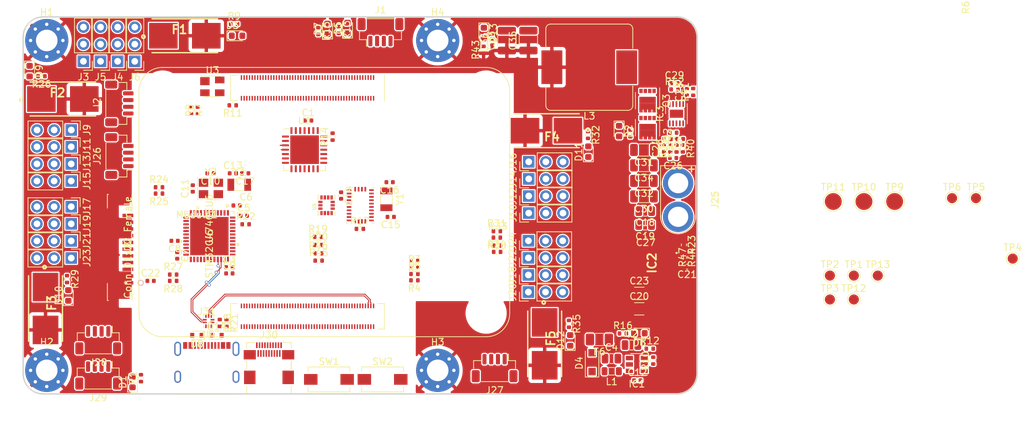
<source format=kicad_pcb>
(kicad_pcb (version 20211014) (generator pcbnew)
  (layers (0 "F.Cu" power) (1 "In1.Cu" signal) (2 "In2.Cu" signal) (31 "B.Cu" power) (34 "B.Paste" user) (35 "F.Paste" user) (36 "B.SilkS" user "B.Silkscreen") (37 "F.SilkS" user "F.Silkscreen") (38 "B.Mask" user) (39 "F.Mask" user) (44 "Edge.Cuts" user))
  (net 0 "")
  (net 1 "GND")
  (net 2 "Net-(C10-Pad1)")
  (net 3 "+3V3")
  (net 4 "+6V")
  (net 5 "Net-(C15-Pad2)")
  (net 6 "Net-(C11-Pad1)")
  (net 7 "Net-(C13-Pad1)")
  (net 8 "Net-(C17-Pad1)")
  (net 9 "Net-(R15-Pad1)")
  (net 10 "Net-(Module1-Pad95)")
  (net 11 "Net-(Module1-Pad93)")
  (net 12 "Net-(Module1-Pad21)")
  (net 13 "Net-(J31-PadA4)")
  (net 14 "Net-(IC3-Pad7)")
  (net 15 "/MainBoard/SCL")
  (net 16 "/MainBoard/SDA")
  (net 17 "Net-(IC3-Pad10)")
  (net 18 "Net-(IC1-Pad3)")
  (net 19 "Net-(D9-Pad2)")
  (net 20 "Net-(D8-Pad1)")
  (net 21 "Net-(D7-Pad1)")
  (net 22 "Net-(D6-Pad2)")
  (net 23 "Net-(D5-Pad1)")
  (net 24 "Net-(D4-Pad2)")
  (net 25 "Net-(D3-Pad2)")
  (net 26 "Net-(D2-Pad2)")
  (net 27 "Net-(D14-Pad1)")
  (net 28 "Net-(D13-Pad2)")
  (net 29 "Net-(D12-Pad2)")
  (net 30 "Net-(D11-Pad2)")
  (net 31 "Net-(D10-Pad2)")
  (net 32 "Net-(D1-Pad2)")
  (net 33 "Net-(C4-Pad1)")
  (net 34 "Net-(C29-Pad1)")
  (net 35 "Net-(C12-Pad2)")
  (net 36 "Net-(C12-Pad1)")
  (net 37 "/USB_P")
  (net 38 "/USB_N")
  (net 39 "/USB2_P")
  (net 40 "/USB2_N")
  (net 41 "/SEL")
  (net 42 "/MainBoard/Servos/6V4")
  (net 43 "/MainBoard/Servos/6V3")
  (net 44 "/MainBoard/Servos/6V2")
  (net 45 "Net-(C16-Pad2)")
  (net 46 "/MainBoard/Servos/6V1")
  (net 47 "/MainBoard/SERVO9")
  (net 48 "/MainBoard/SERVO8")
  (net 49 "/MainBoard/SERVO7")
  (net 50 "/MainBoard/SERVO6")
  (net 51 "/MainBoard/SERVO5")
  (net 52 "/MainBoard/SERVO4")
  (net 53 "/MainBoard/SERVO3")
  (net 54 "/MainBoard/SERVO2")
  (net 55 "/MainBoard/SERVO15")
  (net 56 "/MainBoard/SERVO14")
  (net 57 "/MainBoard/SERVO13")
  (net 58 "/MainBoard/SERVO12")
  (net 59 "/MainBoard/SERVO11")
  (net 60 "/MainBoard/SERVO10")
  (net 61 "/MainBoard/SERVO1")
  (net 62 "/MainBoard/SERVO0")
  (net 63 "/MainBoard/SDA_1")
  (net 64 "/MainBoard/SCL_1")
  (net 65 "/MainBoard/ESP32Module/PB6")
  (net 66 "/MainBoard/ESP32Module/NRST")
  (net 67 "/MainBoard/EN_SERVO_DRIVER")
  (net 68 "/MainBoard/AD_SERVO_4")
  (net 69 "/MainBoard/AD_SERVO_3")
  (net 70 "/MainBoard/AD_SERVO_2")
  (net 71 "/MainBoard/AD_SERVO_1")
  (net 72 "/MainBoard/AD_6V")
  (net 73 "/HDMI0_SDA")
  (net 74 "/HDMI0_SCL")
  (net 75 "/HDMI0_HOTPLUG")
  (net 76 "/HDMI0_D2_P")
  (net 77 "/HDMI0_D2_N")
  (net 78 "/HDMI0_D1_P")
  (net 79 "/HDMI0_D1_N")
  (net 80 "/HDMI0_D0_P")
  (net 81 "/HDMI0_D0_N")
  (net 82 "/HDMI0_CK_P")
  (net 83 "/HDMI0_CK_N")
  (net 84 "/HDMI0_CEC")
  (net 85 "/CAM_GPIO")
  (net 86 "/CAM1_D3_P")
  (net 87 "/CAM1_D3_N")
  (net 88 "/CAM1_D2_P")
  (net 89 "/CAM1_D2_N")
  (net 90 "/CAM1_D1_P")
  (net 91 "/CAM1_D1_N")
  (net 92 "/CAM1_D0_P")
  (net 93 "/CAM1_D0_N")
  (net 94 "/CAM1_C_P")
  (net 95 "/CAM1_C_N")
  (net 96 "/BOOT0")
  (net 97 "+BATT")
  (net 98 "+5V")
  (net 99 "+1V8")
  (net 100 "Net-(C14-Pad2)")
  (net 101 "Net-(C24-Pad2)")
  (net 102 "Net-(C25-Pad1)")
  (net 103 "Net-(C25-Pad2)")
  (net 104 "Net-(C26-Pad2)")
  (net 105 "Net-(C28-Pad1)")
  (net 106 "Net-(C29-Pad2)")
  (net 107 "Net-(IC3-Pad5)")
  (net 108 "Net-(Module1-Pad99)")
  (net 109 "/MainBoard/BATT_VOLTAGE")
  (net 110 "/MainBoard/MEASURED_6V")
  (net 111 "MEASURED_FUSE5")
  (net 112 "Net-(R17-Pad1)")
  (net 113 "MEASURED_FUSE1")
  (net 114 "MEASURED_FUSE2")
  (net 115 "MEASURED_FUSE3")
  (net 116 "MEASURED_FUSE4")
  (net 117 "Net-(TP5-Pad1)")
  (net 118 "Net-(TP6-Pad1)")
  (net 119 "/MainBoard/BNO055/INT")
  (net 122 "/SCL0")
  (net 123 "/SDA0")
  (net 172 "/SD_CMD")
  (net 240 "/MainBoard/BNO055/RESET")
  (net 251 "/MainBoard/SD_CS")
  (net 252 "/MainBoard/SD_SCK")
  (net 253 "/MainBoard/SD_MISO")
  (net 254 "/MainBoard/SD_MOSI")
  (net 259 "/MainBoard/ESP32Module/TIM1_CH3")
  (net 261 "/MainBoard/ESP32Module/PB4")
  (net 262 "/MainBoard/ESP32Module/PB5")
  (net 264 "Net-(C21-Pad2)")
  (net 265 "/MainBoard/RT")
  (net 269 "Net-(IC2-Pad25)")
  (footprint "Package_LGA:LGA-28_5.2x3.8mm_P0.5mm" (layer "F.Cu") (at 118.1608 109.7788 -90)
    (fp_text reference "U2" hide)
    (fp_text value "BNO055" hide)
  )
  (footprint "Package_SON:VSON-8_3.3x3.3mm_P0.65mm_NexFET" (layer "F.Cu") (at 160.782 98.254 -90)
    (fp_text reference "Q2")
    (fp_text value "BUK9M17-30EX / BUK7M10-40E")
  )
  (footprint "Resistor_SMD:R_0402_1005Metric" (layer "F.Cu") (at 126.2 120.93 180)
    (fp_text reference "R4")
    (fp_text value "10K")
  )
  (footprint "Button_Switch_SMD:SW_SPST_EVQPE1" (layer "F.Cu") (at 121.47 135.64)
    (fp_text reference "SW2")
    (fp_text value "SW_SPST")
  )
  (footprint "Resistor_SMD:R_0402_1005Metric" (layer "F.Cu") (at 163.751385 99.93529 180)
    (fp_text reference "R38")
    (fp_text value "2.61k")
  )
  (footprint "Capacitor_SMD:C_1210_3225Metric" (layer "F.Cu") (at 139.91 85.32 90)
    (fp_text reference "C33")
    (fp_text value "100uF")
  )
  (footprint "Resistor_SMD:R_0402_1005Metric" (layer "F.Cu") (at 94.01 95.69 90)
    (fp_text reference "R8")
    (fp_text value "8.2K")
  )
  (footprint "TestPoint:TestPoint_Pad_D1.5mm" (layer "F.Cu") (at 187.84 123.77)
    (fp_text reference "TP3")
    (fp_text value "SCL")
  )
  (footprint "Resistor_SMD:R_0402_1005Metric" (layer "F.Cu") (at 70.87 90.61 180)
    (fp_text reference "R26")
    (fp_text value "20K")
  )
  (footprint "Capacitor_SMD:C_1210_3225Metric" (layer "F.Cu") (at 143.11 85.32 90)
    (fp_text reference "C35")
    (fp_text value "100uF")
  )
  (footprint "Resistor_SMD:R_0402_1005Metric" (layer "F.Cu") (at 167.56 92.94 90)
    (fp_text reference "R41")
    (fp_text value "100k")
  )
  (footprint "MountingHole:MountingHole_3.2mm_M3_Pad_Via" (layer "F.Cu") (at 71.65 85.3)
    (fp_text reference "H1")
    (fp_text value "MountingHole_Pad")
  )
  (footprint "Resistor_SMD:R_0402_1005Metric" (layer "F.Cu") (at 88.31 108.04 180)
    (fp_text reference "R25")
    (fp_text value "8.2K")
  )
  (footprint "TestPoint:TestPoint_Pad_D1.5mm" (layer "F.Cu") (at 205.96 108.72)
    (fp_text reference "TP6")
    (fp_text value "TestPoint")
  )
  (footprint "Diode_SMD:D_SOD-123F" (layer "F.Cu") (at 152.55 133.0825 90)
    (fp_text reference "D4")
    (fp_text value "DIODE")
  )
  (footprint "Connector_PinHeader_2.54mm:PinHeader_1x03_P2.54mm_Vertical" (layer "F.Cu") (at 75.29 98.595 -90)
    (fp_text reference "J9")
    (fp_text value "Conn_01x03_Male")
  )
  (footprint "TestPoint:TestPoint_Pad_D1.5mm" (layer "F.Cu") (at 214.96 117.7)
    (fp_text reference "TP4")
    (fp_text value "3.3v")
  )
  (footprint "XF2J-222412A:XF2J-2224-12A" (layer "F.Cu") (at 83.686725 121.29 90)
    (fp_text reference "J8")
    (fp_text value "Conn_01x22_Female")
  )
  (footprint "Capacitor_SMD:C_0402_1005Metric" (layer "F.Cu") (at 99.27 105.03)
    (fp_text reference "C13")
    (fp_text value "C")
  )
  (footprint "Capacitor_SMD:C_0402_1005Metric" (layer "F.Cu") (at 110.44 97.19)
    (fp_text reference "C1")
    (fp_text value "0.1uF")
  )
  (footprint "LED_SMD:LED_0603_1608Metric" (layer "F.Cu") (at 149.31 129.85 90)
    (fp_text reference "D12")
    (fp_text value "LED")
  )
  (footprint "Capacitor_SMD:C_1206_3216Metric" (layer "F.Cu") (at 159.56 122.86)
    (fp_text reference "C23")
    (fp_text value "C")
  )
  (footprint "Connector_PinHeader_2.54mm:PinHeader_1x03_P2.54mm_Vertical" (layer "F.Cu") (at 143.11 115.05 90)
    (fp_text reference "J24")
    (fp_text value "Conn_01x03_Male")
  )
  (footprint "Capacitor_SMD:C_0402_1005Metric" (layer "F.Cu") (at 101.09 105.03 180)
    (fp_text reference "C17")
    (fp_text value "C")
  )
  (footprint "TestPoint:TestPoint_Pad_D1.5mm" (layer "F.Cu") (at 194.94 120.22)
    (fp_text reference "TP13")
    (fp_text value "SCL")
  )
  (footprint "Resistor_SMD:R_0402_1005Metric" (layer "F.Cu") (at 118.108 113.284)
    (fp_text reference "R17")
    (fp_text value "10K")
  )
  (footprint "Capacitor_SMD:C_0402_1005Metric" (layer "F.Cu") (at 137.76 85.52 90)
    (fp_text reference "C36")
    (fp_text value "1uF")
  )
  (footprint "Capacitor_SMD:C_0402_1005Metric" (layer "F.Cu") (at 98.74 119.9)
    (fp_text reference "C9")
    (fp_text value "C")
  )
  (footprint "Connector_PinHeader_2.54mm:PinHeader_1x03_P2.54mm_Vertical" (layer "F.Cu") (at 82.17 88.395 180)
    (fp_text reference "J4")
    (fp_text value "Conn_01x03_Male")
  )
  (footprint "Capacitor_SMD:C_0402_1005Metric" (layer "F.Cu") (at 165.59 99.93 180)
    (fp_text reference "C25")
    (fp_text value "100pF")
  )
  (footprint "Resistor_SMD:R_0402_1005Metric" (layer "F.Cu") (at 111.94 83.9025 -90)
    (fp_text reference "R15")
    (fp_text value "R")
  )
  (footprint "Resistor_SMD:R_0402_1005Metric" (layer "F.Cu") (at 101.16 112.6)
    (fp_text reference "R22")
    (fp_text value "R")
  )
  (footprint "Connector_PinHeader_2.54mm:PinHeader_1x03_P2.54mm_Vertical" (layer "F.Cu") (at 143.155 110.94 90)
    (fp_text reference "J10")
    (fp_text value "Conn_01x03_Male")
  )
  (footprint "Package_TO_SOT_SMD:SOT-23-6" (layer "F.Cu") (at 159.19 133.42 180)
    (fp_text reference "IC1")
    (fp_text value "LMR14010A")
  )
  (footprint "Connector_PinHeader_2.54mm:PinHeader_1x03_P2.54mm_Vertical" (layer "F.Cu") (at 143.155 105.86 90)
    (fp_text reference "J14")
    (fp_text value "Conn_01x03_Male")
  )
  (footprint "Crystal:Crystal_SMD_Abracon_ABM8G-4Pin_3.2x2.5mm" (layer "F.Cu") (at 96.01 107.28)
    (fp_text reference "Y2")
    (fp_text value "Crystal_GND24_Small")
  )
  (footprint "Resistor_SMD:R_0402_1005Metric" (layer "F.Cu") (at 166.02 101.34 -90)
    (fp_text reference "R40")
    (fp_text value "12k")
  )
  (footprint "MountingHole:MountingHole_3.2mm_M3_Pad_Via" (layer "F.Cu") (at 129.65 85.3)
    (fp_text reference "H4")
    (fp_text value "MountingHole_Pad")
  )
  (footprint "Connector_PinHeader_2.54mm:PinHeader_1x03_P2.54mm_Vertical" (layer "F.Cu") (at 75.28 101.095 -90)
    (fp_text reference "J11")
    (fp_text value "Conn_01x03_Male")
  )
  (footprint "Capacitor_SMD:C_0805_2012Metric" (layer "F.Cu") (at 160.435 110.65 180)
    (fp_text reference "C18")
    (fp_text value "C")
  )
  (footprint "Package_DFN_QFN:QFN-28-1EP_6x6mm_P0.65mm_EP4.25x4.25mm" (layer "F.Cu") (at 109.902263 101.522756)
    (fp_text reference "U1")
    (fp_text value "PCA9685BS")
  )
  (footprint "Resistor_SMD:R_0402_1005Metric" (layer "F.Cu") (at 166.19 117.52 -90)
    (fp_text reference "R44")
    (fp_text value "R")
  )
  (footprint "TestPoint:TestPoint_Pad_D2.5mm" (layer "F.Cu") (at 192.89 109.22)
    (fp_text reference "TP10")
    (fp_text value "GND")
  )
  (footprint "Capacitor_SMD:C_0402_1005Metric" (layer "F.Cu") (at 164.77 91.64)
    (fp_text reference "C29")
    (fp_text value "470nF")
  )
  (footprint "Resistor_SMD:R_0402_1005Metric" (layer "F.Cu") (at 114.96 83.7375 -90)
    (fp_text reference "R13")
    (fp_text value "R")
  )
  (footprint "Resistor_SMD:R_0402_1005Metric" (layer "F.Cu") (at 164.15 101.36 90)
    (fp_text reference "R39")
    (fp_text value "4.22k")
  )
  (footprint "Resistor_SMD:R_0402_1005Metric" (layer "F.Cu") (at 85.63 135.46 90)
    (fp_text reference "R1")
    (fp_text value "330R")
  )
  (footprint "Connector_HDMI:HDMI_Micro-D_Molex_46765-0x01" (layer "F.Cu") (at 104.62 135.34)
    (fp_text reference "J30")
    (fp_text value "HDMI_A_1.4")
  )
  (footprint "Resistor_SMD:R_0402_1005Metric" (layer "F.Cu") (at 98.32 127.26 -90)
    (fp_text reference "R21")
    (fp_text value "R")
  )
  (footprint "Resistor_SMD:R_0402_1005Metric" (layer "F.Cu") (at 111.9 114.47)
    (fp_text reference "R19")
    (fp_text value "10K")
  )
  (footprint "Package_DFN_QFN:UQFN-10_1.4x1.8mm_P0.4mm" (layer "F.Cu") (at 95.6685 126.98 180)
    (fp_text reference "U4")
    (fp_text value "FSUSB42MX")
  )
  (footprint "LED_SMD:LED_0603_1608Metric" (layer "F.Cu") (at 159.57 128.78 180)
    (fp_text reference "D6")
    (fp_text value "LED")
  )
  (footprint "Diode_SMD:D_SOD-523" (layer "F.Cu") (at 93.93 129.08 180)
    (fp_text reference "D8")
    (fp_text value "D_TVS")
  )
  (footprint "LED_SMD:LED_0603_1608Metric" (layer "F.Cu") (at 99.89 84.6)
    (fp_text reference "D3")
    (fp_text value "LED")
  )
  (footprint "Resistor_SMD:R_0402_1005Metric" (layer "F.Cu") (at 138.43 113.63)
    (fp_text reference "R31")
    (fp_text value "8.2K")
  )
  (footprint "Connector_PinHeader_2.54mm:PinHeader_1x03_P2.54mm_Vertical" (layer "F.Cu") (at 143.155 108.4 90)
    (fp_text reference "J12")
    (fp_text value "Conn_01x03_Male")
  )
  (footprint "Resistor_SMD:R_0402_1005Metric" (layer "F.Cu") (at 97.32 127.26 -90)
    (fp_text reference "R18")
    (fp_text value "R")
  )
  (footprint "Resistor_SMD:R_0402_1005Metric" (layer "F.Cu") (at 93.07 95.69 -90)
    (fp_text reference "R7")
    (fp_text value "10K")
  )
  (footprint "Connector_PinHeader_2.54mm:PinHeader_1x03_P2.54mm_Vertical" (layer "F.Cu") (at 75.28 103.635 -90)
    (fp_text reference "J13")
    (fp_text value "Conn_01x03_Male")
  )
  (footprint "TLVM13630:TLVM13630" (layer "F.Cu") (at 161.445 118.355 -90)
    (fp_text reference "IC2")
    (fp_text value "TLVM13630" hide)
  )
  (footprint "Capacitor_SMD:C_0402_1005Metric" (layer "F.Cu") (at 95.94 105.03 180)
    (fp_text reference "C10")
    (fp_text value "C")
  )
  (footprint "Package_TO_SOT_SMD:SOT-143" (layer "F.Cu") (at 96.212263 92.112756)
    (fp_text reference "U3")
    (fp_text value "74LVC1G07")
  )
  (footprint "Resistor_SMD:R_0402_1005Metric" (layer "F.Cu") (at 114.06 99.59 90)
    (fp_text reference "R14")
    (fp_text value "10K")
  )
  (footprint "Capacitor_SMD:C_0402_1005Metric" (layer "F.Cu") (at 98.75 118.98)
    (fp_text reference "C3")
    (fp_text value "C")
  )
  (footprint "LED_SMD:LED_0603_1608Metric" (layer "F.Cu") (at 136.5 84.1975 -90)
    (fp_text reference "D13")
    (fp_text value "LED")
  )
  (footprint "Capacitor_SMD:C_0402_1005Metric" (layer "F.Cu") (at 159.26 135.78)
    (fp_text reference "C12")
    (fp_text value "0.1uF")
  )
  (footprint "Resistor_SMD:R_0402_1005Metric" (layer "F.Cu") (at 90.41 121.01 180)
    (fp_text reference "R28")
    (fp_text value "8.2K")
  )
  (footprint "Resistor_SMD:R_0402_1005Metric" (layer "F.Cu") (at 167.14 117.5 90)
    (fp_text reference "R47")
    (fp_text value "R")
  )
  (footprint "Package_SON:VSON-10-1EP_3x3mm_P0.5mm_EP1.2x2mm" (layer "F.Cu") (at 165.07 96.18 90)
    (fp_text reference "IC3")
    (fp_text value "TPS40192DRCT-TPS40192DRCT")
  )
  (footprint "Connector_PinHeader_2.54mm:PinHeader_1x03_P2.54mm_Vertical" (layer "F.Cu") (at 84.71 88.4 180)
    (fp_text reference "J6")
    (fp_text value "Conn_01x03_Male")
  )
  (footprint "Resistor_SMD:R_0402_1005Metric" (layer "F.Cu") (at 138.47 116.7)
    (fp_text reference "R34")
    (fp_text value "8.2K")
  )
  (footprint "Resistor_SMD:R_0402_1005Metric" (layer "F.Cu") (at 88.31 107.1)
    (fp_text reference "R24")
    (fp_text value "10K")
  )
  (footprint "Capacitor_SMD:C_0805_2012Metric" (layer "F.Cu") (at 158.39 130.54)
    (fp_text reference "C2")
    (fp_text value "2.2uF")
  )
  (footprint "C167321:C167321" (layer "F.Cu") (at 95.3975 133.175)
    (fp_text reference "J31")
    (fp_text value "USB_C_Receptacle")
  )
  (footprint "LED_SMD:LED_0603_1608Metric" (layer "F.Cu") (at 84.375 136.03 90)
    (fp_text reference "D1")
    (fp_text value "LED")
  )
  (footprint "TestPoint:TestPoint_Pad_D1.5mm" (layer "F.Cu") (at 187.84 120.22)
    (fp_text reference "TP2")
    (fp_text value "SDA")
  )
  (footprint "Connector_PinHeader_2.54mm:PinHeader_1x03_P2.54mm_Vertical" (layer "F.Cu") (at 143.105 122.67 90)
    (fp_text reference "J20")
    (fp_text value "Conn_01x03_Male")
  )
  (footprint "Capacitor_SMD:C_0402_1005Metric" (layer "F.Cu") (at 163.219058 101.327355 90)
    (fp_text reference "C24")
    (fp_text value "1000pF")
  )
  (footprint "Connector_PinHeader_2.54mm:PinHeader_1x03_P2.54mm_Vertical" (layer "F.Cu") (at 143.105 120.13 90)
    (fp_text reference "J18")
    (fp_text value "Conn_01x03_Male")
  )
  (footprint "TestPoint:TestPoint_Pad_D1.5mm" (layer "F.Cu") (at 209.51 108.72)
    (fp_text reference "TP5")
    (fp_text value "TestPoint")
  )
  (footprint "01550900M:0154.250DR" (layer "F.Cu") (at 71.47 125.11 -90)
    (fp_text reference "F3")
    (fp_text value "Fuse" hide)
  )
  (footprint "LED_SMD:LED_0603_1608Metric" (layer "F.Cu") (at 113.3 83.58 90)
    (fp_text reference "D7")
    (fp_text value "LED")
  )
  (footprint "Connector_JST:JST_SH_BM04B-SRSS-TB_1x04-1MP_P1.00mm_Vertical" (layer "F.Cu") (at 79.28 135.06 180)
    (fp_text reference "J29")
    (fp_text value "Qwiic connector")
  )
  (footprint "Connector_PinHeader_2.54mm:PinHeader_1x03_P2.54mm_Vertical" (layer "F.Cu") (at 75.28 112.535 -90)
    (fp_text reference "J19")
    (fp_text value "Conn_01x03_Male")
  )
  (footprint "MountingHole:MountingHole_3.2mm_M3_Pad_Via" (layer "F.Cu") (at 71.65 134.3)
    (fp_text reference "H2")
    (fp_text value "MountingHole_Pad")
  )
  (footprint "Capacitor_SMD:C_0402_1005Metric" (layer "F.Cu") (at 115.32 108.33 -90)
    (fp_text reference "C14")
    (fp_text value "0.1uF")
  )
  (footprint "Capacitor_SMD:C_1206_3216Metric" (layer "F.Cu") (at 160.25 108.47 180)
    (fp_text reference "C30")
    (fp_text value "10uF")
  )
  (footprint "01550900M:0154.250DR" (layer "F.Cu") (at 92.135 84.6)
    (fp_text reference "F1")
    (fp_text value "Fuse" hide)
  )
  (footprint "Connector_JST:JST_SH_BM04B-SRSS-TB_1x04-1MP_P1.00mm_Vertical" (layer "F.Cu") (at 121.16 84.07)
    (fp_text reference "J1")
    (fp_text value "Qwiic connector")
  )
  (footprint "Resistor_SMD:R_0402_1005Metric" (layer "F.Cu") (at 126.2 119.99)
    (fp_text reference "R5")
    (fp_text value "8.2K")
  )
  (footprint "Capacitor_SMD:C_0402_1005Metric" (layer "F.Cu") (at 99.82 109.81)
    (fp_text reference "C6")
    (fp_text value "C")
  )
  (footprint "ISM330DLCTR:PQFN50P250X300X86-14N" (layer "F.Cu") (at 113.1608 109.7788 90)
    (fp_text reference "U5")
    (fp_text value "ISM330DLCTR")
  )
  (footprint "Resistor_SMD:R_0402_1005Metric" (layer "F.Cu") (at 157.13 128.82)
    (fp_text reference "R16")
    (fp_text value "330R")
  )
  (footprint "Connector_PinHeader_2.54mm:PinHeader_1x03_P2.54mm_Vertical" (layer "F.Cu") (at 77.09 88.395 180)
    (fp_text reference "J3")
    (fp_text value "Conn_01x03_Male")
  )
  (footprint "Resistor_SMD:R_0402_1005Metric" (layer "F.Cu") (at 111.99 118)
    (fp_text reference "R45")
    (fp_text value "10K")
  )
  (footprint "Capacitor_SMD:C_0402_1005Metric" (layer "F.Cu") (at 100.89 111.34)
    (fp_text reference "C5")
    (fp_text value "C")
  )
  (footprint "Inductor_SMD:L_Bourns_SRP1245A" (layer "F.Cu") (at 152.14 89.27 180)
    (fp_text reference "L3")
    (fp_text value "1uH")
  )
  (footprint "Capacitor_SMD:C_0402_1005Metric" (layer "F.Cu") (at 166.624 92.964 90)
    (fp_text reference "C28")
    (fp_text value "4.7uF")
  )
  (footprint "Crystal:Crystal_SMD_3215-2Pin_3.2x1.5mm" (layer "F.Cu") (at 100.21 106.73)
    (fp_text reference "Y3")
    (fp_text value "Crystal_Small")
  )
  (footprint "LED_SMD:LED_0603_1608Metric" (layer "F.Cu") (at 116.27 83.45 90)
    (fp_text reference "D5")
    (fp_text value "LED")
  )
  (footprint "Resistor_SMD:R_0402_1005Metric" (layer "F.Cu") (at 99.45 82.855)
    (fp_text reference "R9")
    (fp_text value "20K")
  )
  (footprint "Resistor_SMD:R_0402_1005Metric" (layer "F.Cu") (at 166.18 115.66 -90)
    (fp_text reference "R23")
    (fp_text value "R")
  )
  (footprint "Capacitor_SMD:C_0402_1005Metric" (layer "F.Cu") (at 93.32 107.28 90)
    (fp_text reference "C11")
    (fp_text value "C")
  )
  (footprint "Resistor_SMD:R_0402_1005Metric" (layer "F.Cu") (at 158.23 99.1025 -90)
    (fp_text reference "R6")
    (fp_text value "120K")
  )
  (footprint "Resistor_SMD:R_0402_1005Metric" (layer "F.Cu") (at 138.47 115.76 180)
    (fp_text reference "R33")
    (fp_text value "10K")
  )
  (footprint "Connector_PinHeader_2.54mm:PinHeader_1x03_P2.54mm_Vertical" (layer "F.Cu") (at 75.28 115.075 -90)
    (fp_text reference "J21")
    (fp_text value "Conn_01x03_Male")
  )
  (footprint "Capacitor_SMD:C_0402_1005Metric" (layer "F.Cu") (at 122.682 111.506 180)
    (fp_text reference "C15")
    (fp_text value "10pF")
  )
  (footprint "Connector_JST:JST_SH_BM04B-SRSS-TB_1x04-1MP_P1.00mm_Vertical" (layer "F.Cu") (at 82.43 102.47 90)
    (fp_text reference "J26")
    (fp_text value "Qwiic connector")
  )
  (footprint "CM4IO:Raspberry-Pi-4-Compute-Module" (layer "F.Cu") (at 88.835183 92.805695 -90)
    (fp_text reference "Module1")
    (fp_text value "ComputeModule4-CM4")
  )
  (footprint "Connector_JST:JST_SH_BM04B-SRSS-TB_1x04-1MP_P1.00mm_Vertical" (layer "F.Cu") (at 82.42 94.65 90)
    (fp_text reference "J2")
    (fp_text value "Qwiic connector")
  )
  (footprint "Resistor_SMD:R_0402_1005Metric" (layer "F.Cu") (at 151.95 99.33 -90)
    (fp_text reference "R32")
    (fp_text value "20K")
  )
  (footprint "Resistor_SMD:R_0402_1005Metric" (layer "F.Cu") (at 90.41 120.07)
    (fp_text reference "R27")
    (fp_text value "10K")
  )
  (footprint "Connector_JST:JST_SH_BM04B-SRSS-TB_1x04-1MP_P1.00mm_Vertical" (layer "F.Cu") (at 138.09 133.965 180)
    (fp_text reference "J27")
    (fp_text value "Qwiic connector")
  )
  (footprint "DJI_BATTERY_CONN:XT-30_female" (layer "F.Cu") (at 165.32 108.99 -90)
    (fp_text reference "J25")
    (fp_text value "Conn_01x02_Female" hide)
  )
  (footprint "Resistor_SMD:R_0402_1005Metric" (layer "F.Cu") (at 126.2 118.96)
    (fp_text reference "R3")
    (fp_text value "2.4K")
  )
  (footprint "Connector_PinHeader_2.54mm:PinHeader_1x03_P2.54mm_Vertical" (layer "F.Cu") (at 75.28 109.995 -90)
    (fp_text reference "J17")
    (fp_text value "Conn_01x03_Male")
  )
  (footprint "LED_SMD:LED_0603_1608Metric" (layer "F.Cu") (at 74.85 123.1775 90)
    (fp_text reference "D10")
    (fp_text value "LED")
  )
  (footprint "Resistor_SMD:R_0402_1005Metric" (layer "F.Cu") (at 99.24 94.93 180)
    (fp_text reference "R11")
    (fp_text value "R")
  )
  (footprint "Resistor_SMD:R_0402_1005Metric" (layer "F.Cu") (at 126.2 118.02 180)
    (fp_text reference "R2")
    (fp_text value "10K")
  )
  (footprint "Capacitor_SMD:C_1206_3216Metric" (layer "F.Cu") (at 160.245 101.56 180)
    (fp_text reference "C31")
    (fp_text value "47uF")
  )
  (footprint "TestPoint:TestPoint_Pad_D2.5mm" (layer "F.Cu") (at 188.34 109.22)
    (fp_text reference "TP11")
    (fp_text value "6V")
  )
  (footprint "Button_Switch_SMD:SW_SPST_EVQPE1" (layer "F.Cu") (at 113.52 135.64)
    (fp_text reference "SW1")
    (fp_text value "SW_SPST")
  )
  (footprint "TestPoint:TestPoint_Pad_D1.5mm" (layer "F.Cu") (at 191.39 123.77)
    (fp_text reference "TP12")
    (fp_text value "SDA")
  )
  (footprint "Capacitor_SMD:C_0402_1005Metric" (layer "F.Cu") (at 91.01 117.23 -90)
    (fp_text reference "C7")
    (fp_text value "C")
  )
  (footprint "Capacitor_SMD:C_0402_1005Metric" (layer "F.Cu") (at 160.52 114.15 180)
    (fp_text reference "C27")
    (fp_text value "1uF")
  )
  (footprint "01550900M:0154.250DR" (layer "F.Cu") (at 74.037815 93.99)
    (fp_text reference "F2")
    (fp_text value "Fuse" hide)
  )
  (footprint "TestPoint:TestPoint_Pad_D1.5mm" (layer "F.Cu") (at 191.39 120.22)
    (fp_text reference "TP1")
    (fp_text value "Check for life")
  )
  (footprint "LED_SMD:LED_0603_1608Metric" (layer "F.Cu") (at 69.11 89.86 -90)
    (fp_text reference "D9")
    (fp_text value "LED")
  )
  (footprint "Capacitor_SMD:C_1206_3216Metric" (layer "F.Cu") (at 159.555 125.16)
    (fp_text reference "C20")
    (fp_text value "C")
  )
  (footprint "Resistor_SMD:R_0402_1005Metric" (layer "F.Cu") (at 165.09 101.35 90)
    (fp_text reference "R37")
    (fp_text value "20k")
  )
  (footprint "01550900M:0154.250DR" (layer "F.Cu") (at 145.52 130.36 -90)
    (fp_text reference "F5")
    (fp_text value "Fuse" hide)
  )
  (footprint "Connector_PinHeader_2.54mm:PinHeader_1x03_P2.54mm_Vertical" (layer "F.Cu") (at 75.28 117.615 -90)
    (fp_text reference "J23")
    (fp_text value "Conn_01x03_Male")
  )
  (footprint "Resistor_SMD:R_0402_1005Metric" (layer "F.Cu") (at 111.94 115.67)
    (fp_text reference "R20")
    (fp_text value "10K")
  )
  (footprint "Resistor_SMD:R_0402_1005Metric" (layer "F.Cu") (at 149.11 127.3825 -90)
    (fp_text reference "R35")
    (fp_text value "20K")
  )
  (footprint "LED_SMD:LED_0603_1608Metric" (layer "F.Cu") (at 152 101.82 90)
    (fp_text reference "D11")
    (fp_text value "LED")
  )
  (footprint "Capacitor_SMD:C_0805_2012Metric" (layer "F.Cu") (at 155.43 132.55)
    (fp_text reference "C4")
    (fp_text value "10uF")
  )
  (footprint "STM32G4:STM32G474CEU6" (layer "F.Cu") (at 95.777244 114.360113 -90)
    (fp_text reference "U6")
    (fp_text value "STM32G474CEU6")
  )
  (footprint "Resistor_SMD:R_0402_1005Metric" (layer "F.Cu") (at 161.11 131.08)
    (fp_text reference "R12")
    (fp_text value "33.2")
  )
  (footprint "Resistor_SMD:R_0402_1005Metric" (layer "F.Cu") (at 74.66 120.74 -90)
    (fp_text reference "R29")
    (fp_text value "20K")
  )
  (footprint "Connector_PinHeader_2.54mm:PinHeader_1x03_P2.54mm_Vertical" (layer "F.Cu") (at 79.63 88.395 180)
    (fp_text reference "J5")
    (fp_text value "Conn_01x03_Male")
  )
  (footprint "Capacitor_SMD:C_0402_1005Metric" (layer "F.Cu") (at 164.581385 102.75529 180)
    (fp_text reference "C26")
    (fp_text value "10nF")
  )
  (footprint "Resistor_SMD:R_0402_1005Metric" (layer "F.Cu") (at 164.591385 98.99529 180)
    (fp_text reference "R36")
    (fp_text value "2.18k")
  )
  (footprint "Capacitor_SMD:C_0805_2012Metric" (layer "F.Cu") (at 160.42 112.71 180)
    (fp_text reference "C19")
    (fp_text value "C")
  )
  (footprint "Capacitor_SMD:C_0402_1005Metric" (layer "F.Cu") (at 90.62 115.06 180)
    (fp_text reference "C8")
    (fp_text value "C")
  )
  (footprint "Capacitor_SMD:C_0402_1005Metric" (layer "F.Cu") (at 122.52 106.35 180)
    (fp_text reference "C16")
    (fp_text value "10pF")
  )
  (footprint "Capacitor_SMD:C_1206_3216Metric" (layer "F.Cu") (at 160.245 103.86 180)
    (fp_text reference "C34")
    (fp_text value "47uF")
  )
  (footprint "Resistor_SMD:R_0402_1005Metric" (layer "F.Cu") (at 164.79 92.57)
    (fp_text reference "R42")
    (fp_text value "100k")
  )
  (footprint "TestPoint:TestPoint_Pad_D2.5mm" (layer "F.Cu") (at 197.44 109.22)
    (fp_text reference "TP9")
    (fp_text value "Batt+")
  )
  (footprint "LED_SMD:LED_0603_1608Metric" (layer "F.Cu") (at 156.57 98.76 -90)
    (fp_text reference "D2")
    (fp_text value "LED")
  )
  (footprint "Crystal:Crystal_SMD_3215-2Pin_3.2x1.5mm" (layer "F.Cu") (at 122.04 108.89 -90)
    (fp_text reference "Y1")
    (fp_text value "32.768kHz")
  )
  (footprint "Capacitor_SMD:C_0402_1005Metric" (layer "F.Cu") (at 87.06 121.01)
    (fp_text reference "C22")
    (fp_text value "0.1uF")
  )
  (footprint "Fuse:Fuse_1206_3216Metric" (layer "F.Cu") (at 153.64 129.71 180)
    (fp_text reference "F6")
    (fp_text value "Fuse")
  )
  (footprint "Diode_SMD:D_SOD-523" (layer "F.Cu") (at 96.9 129.08)
    (fp_text reference "D14")
    (fp_text value "D_TVS")
  )
  (footprint "Package_SON:VSON-8_3.3x3.3mm_P0.65mm_NexFET" (layer "F.Cu") (at 160.782 94.234 -90)
    (fp_text reference "Q3")
    (fp_text value "BUK9M17-30EX / BUK7M10-40E")
  )
  (footprint "Resistor_SMD:R_0402_1005Metric" (layer "F.Cu") (at 161.63 132.85 90)
    (fp_text reference "R10")
    (fp_text value "10K")
  )
  (footprint "01550900M:0154.250DR" (layer "F.Cu") (at 145.792185 98.7 180)
    (fp_text reference "F4")
    (fp_text value "Fuse" hide)
  )
  (footprint "Connector_JST:JST_SH_BM04B-SRSS-TB_1x04-1MP_P1.00mm_Vertical" (layer "F.Cu") (at 79.29 129.83 180)
    (fp_text reference "J28")
    (fp_text value "Qwiic connector")
  )
  (footprint "Resistor_SMD:R_0402_1005Metric" (layer "F.Cu") (at 111.93 116.93)
    (fp_text reference "R46")
    (fp_text value "10K")
  )
  (footprint "MountingHole:MountingHole_3.2mm_M3_Pad_Via" (layer "F.Cu") (at 129.65 134.3)
    (fp_text reference "H3")
    (fp_text value "MountingHole_Pad")
  )
  (footprint "Connector_PinHeader_2.54mm:PinHeader_1x03_P2.54mm_Vertical" (layer "F.Cu") (at 143.105 117.59 90)
    (fp_text reference "J22")
    (fp_text value "Conn_01x03_Male")
  )
  (footprint "Connector_PinHeader_2.54mm:PinHeader_1x03_P2.54mm_Vertical" (layer "F.Cu") (at 143.155 103.32 90)
    (fp_text reference "J16")
    (fp_text value "Conn_01x03_Male")
  )
  (footprint "Capacitor_SMD:C_1206_3216Metric" (layer "F.Cu") (at 160.245 106.16 180)
    (fp_text reference "C32")
    (fp_text value "10uF")
  )
  (footprint "Capacitor_SMD:C_0402_1005Metric" (layer "F.Cu") (at 166.65 118.9 180)
    (fp_text reference "C21")
    (fp_text value "C")
  )
  (footprint "Resistor_SMD:R_0402_1005Metric" (layer "F.Cu") (at 138.43 114.58 180)
    (fp_text reference "R30")
    (fp_text value "10K")
  )
  (footprint "Connector_PinHeader_2.54mm:PinHeader_1x03_P2.54mm_Vertical" (layer "F.Cu") (at 75.28 106.175 -90)
    (fp_text reference "J15")
    (fp_text value "Conn_01x03_Male")
  )
  (footprint "Resistor_SMD:R_0402_1005Metric" (layer "F.Cu") (at 136.46 86.69 90)
    (fp_text reference "R43")
    (fp_text value "1K")
  )
  (footprint "Inductor_SMD:L_0805_2012Metric" (layer "F.Cu") (at 155.4625 134.43 180)
    (fp_text reference "L1")
    (fp_text value "10uH")
  )
  (gr_line (start 68.15 134.8) (end 68.15 84.8) (layer "Edge.Cuts") (width 0.2))
  (gr_line (start 71.15 81.8) (end 165.15 81.798334) (layer "Edge.Cuts") (width 0.2))
  (gr_line (start 165.15 137.8) (end 71.15 137.8) (layer "Edge.Cuts") (width 0.2))
  (gr_arc (start 71.15 137.8) (mid 69.02868 136.92132) (end 68.15 134.8) (layer "Edge.Cuts") (width 0.2))
  (gr_arc (start 68.15 84.8) (mid 69.02868 82.67868) (end 71.15 81.8) (layer "Edge.Cuts") (width 0.2))
  (gr_arc (start 168.15 134.8) (mid 167.27132 136.92132) (end 165.15 137.8) (layer "Edge.Cuts") (width 0.2))
  (gr_line (start 168.15 134.8) (end 168.15 84.7) (layer "Edge.Cuts") (width 0.2))
  (gr_arc (start 165.150001 81.798333) (mid 167.236912 82.642366) (end 168.15 84.7) (layer "Edge.Cuts") (width 0.2))
  (segment (start 95.1 127.18) (end 94.931 127.18) (width 0.127) (layer "F.Cu") (net 37))
  (segment (start 93.073 123.707394) (end 95.345999 121.434395) (width 0.127) (layer "F.Cu") (net 37))
  (segment (start 97.527243 117.814513) (end 97.527243 119.022757) (width 0.127) (layer "F.Cu") (net 37))
  (segment (start 94.517394 127.107) (end 93.073 125.662606) (width 0.127) (layer "F.Cu") (net 37))
  (segment (start 95.345999 121.434395) (end 95.345999 121.205999) (width 0.127) (layer "F.Cu") (net 37))
  (segment (start 93.073 125.662606) (end 93.073 123.707394) (width 0.127) (layer "F.Cu") (net 37))
  (segment (start 94.931 127.18) (end 94.858 127.107) (width 0.127) (layer "F.Cu") (net 37))
  (segment (start 97.527243 119.022757) (end 96.8 119.75) (width 0.127) (layer "F.Cu") (net 37))
  (segment (start 94.858 127.107) (end 94.517394 127.107) (width 0.127) (layer "F.Cu") (net 37))
  (via (at 95.345999 121.205999) (size 0.45) (drill 0.3) (layers "F.Cu" "B.Cu") (net 37))
  (via (at 96.8 119.75) (size 0.45) (drill 0.3) (layers "F.Cu" "B.Cu") (net 37))
  (via (at 95.345999 121.205999) (size 0.45) (drill 0.3) (layers "F.Cu" "B.Cu") (net 37))
  (segment (start 95.574395 121.205999) (end 95.345999 121.205999) (width 0.127) (layer "B.Cu") (net 37))
  (segment (start 96.8 119.980394) (end 95.574395 121.205999) (width 0.127) (layer "B.Cu") (net 37))
  (segment (start 96.8 119.980394) (end 96.8 119.75) (width 0.127) (layer "B.Cu") (net 37))
  (segment (start 93.327 123.812606) (end 95.525605 121.614001) (width 0.127) (layer "F.Cu") (net 38))
  (segment (start 95.525605 121.614001) (end 95.754001 121.614001) (width 0.127) (layer "F.Cu") (net 38))
  (segment (start 97.08 117.867269) (end 97.027244 117.814513) (width 0.127) (layer "F.Cu") (net 38))
  (segment (start 94.931 126.78) (end 94.858 126.853) (width 0.127) (layer "F.Cu") (net 38))
  (segment (start 94.622606 126.853) (end 93.327 125.557394) (width 0.127) (layer "F.Cu") (net 38))
  (segment (start 94.858 126.853) (end 94.622606 126.853) (width 0.127) (layer "F.Cu") (net 38))
  (segment (start 97.08 118.77) (end 97.08 117.867269) (width 0.127) (layer "F.Cu") (net 38))
  (segment (start 95.1 126.78) (end 94.931 126.78) (width 0.127) (layer "F.Cu") (net 38))
  (segment (start 93.327 125.557394) (end 93.327 123.812606) (width 0.127) (layer "F.Cu") (net 38))
  (via (at 95.754001 121.614001) (size 0.45) (drill 0.3) (layers "F.Cu" "B.Cu") (net 38))
  (via (at 97.08 118.77) (size 0.45) (drill 0.3) (layers "F.Cu" "B.Cu") (net 38))
  (via (at 95.754001 121.614001) (size 0.45) (drill 0.3) (layers "F.Cu" "B.Cu") (net 38))
  (segment (start 97.257 118.947) (end 97.08 118.77) (width 0.127) (layer "B.Cu") (net 38))
  (segment (start 97.257 119.37) (end 97.257 119.882606) (width 0.127) (layer "B.Cu") (net 38))
  (segment (start 97.257 119.882606) (end 95.754001 121.385605) (width 0.127) (layer "B.Cu") (net 38))
  (segment (start 97.257 119.37) (end 97.257 118.947) (width 0.127) (layer "B.Cu") (net 38))
  (segment (start 95.754001 121.385605) (end 95.754001 121.614001) (width 0.127) (layer "B.Cu") (net 38))
  (segment (start 119.335183 124.200694) (end 119.335183 124.725695) (width 0.127) (layer "F.Cu") (net 39))
  (segment (start 95.9955 125.716249) (end 95.9955 125.414106) (width 0.127) (layer "F.Cu") (net 39))
  (segment (start 119.408183 123.887789) (end 119.408183 124.127694) (width 0.127) (layer "F.Cu") (net 39))
  (segment (start 98.172606 123.237) (end 118.757394 123.237) (width 0.127) (layer "F.Cu") (net 39))
  (segment (start 119.408183 124.127694) (end 119.335183 124.200694) (width 0.127) (layer "F.Cu") (net 39))
  (segment (start 118.757394 123.237) (end 119.408183 123.887789) (width 0.127) (layer "F.Cu") (net 39))
  (segment (start 96.0685 126.2115) (end 96.0685 125.789249) (width 0.127) (layer "F.Cu") (net 39))
  (segment (start 96.0685 125.789249) (end 95.9955 125.716249) (width 0.127) (layer "F.Cu") (net 39))
  (segment (start 95.9955 125.414106) (end 98.172606 123.237) (width 0.127) (layer "F.Cu") (net 39))
  (segment (start 95.7415 125.716249) (end 95.7415 125.308894) (width 0.127) (layer "F.Cu") (net 40))
  (segment (start 118.862606 122.983) (end 119.662183 123.782577) (width 0.127) (layer "F.Cu") (net 40))
  (segment (start 119.662183 123.782577) (end 119.662183 124.127694) (width 0.127) (layer "F.Cu") (net 40))
  (segment (start 95.6685 125.789249) (end 95.7415 125.716249) (width 0.127) (layer "F.Cu") (net 40))
  (segment (start 95.6685 126.2115) (end 95.6685 125.789249) (width 0.127) (layer "F.Cu") (net 40))
  (segment (start 119.662183 124.127694) (end 119.735183 124.200694) (width 0.127) (layer "F.Cu") (net 40))
  (segment (start 119.735183 124.200694) (end 119.735183 124.725695) (width 0.127) (layer "F.Cu") (net 40))
  (segment (start 95.7415 125.308894) (end 98.067394 122.983) (width 0.127) (layer "F.Cu") (net 40))
  (segment (start 98.067394 122.983) (end 118.862606 122.983) (width 0.127) (layer "F.Cu") (net 40))
  (segment (start 106.592756 102.172756) (end 107.064763 102.172756) (width 0.1778) (layer "F.Cu") (net 54))
  (segment (start 107.064763 101.522756) (end 106.444958 101.522756) (width 0.1778) (layer "F.Cu") (net 61))
  (segment (start 75.29 98.595) (end 75.555221 98.329779) (width 0.1778) (layer "F.Cu") (net 62))
  (segment (start 106.29716 100.872756) (end 107.064763 100.872756) (width 0.1778) (layer "F.Cu") (net 62))
  (zone (net 4) (net_name "+6V") (layers "F.Cu" "In1.Cu") (connect_pads (clearance 0.127)) (min_thickness 0.254) (fill yes (thermal_gap 0.508) (thermal_bridge_width 0.508))
    (polygon (pts (xy 170.02 137.83) (xy 126.4 137.83) (xy 126.4 124.02) (xy 140.94 124.02) (xy 140.94 90.15) (xy 84.26 90.15) (xy 84.26 137.83) (xy 65.55 137.83) (xy 65.55 80.15) (xy 170.02 80.15)))
  )
)
</source>
